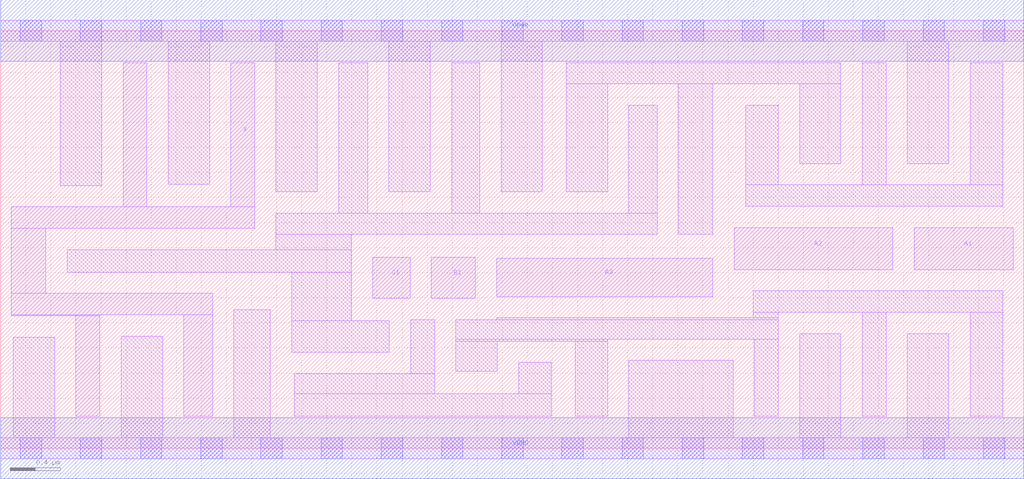
<source format=lef>
# Copyright 2020 The SkyWater PDK Authors
#
# Licensed under the Apache License, Version 2.0 (the "License");
# you may not use this file except in compliance with the License.
# You may obtain a copy of the License at
#
#     https://www.apache.org/licenses/LICENSE-2.0
#
# Unless required by applicable law or agreed to in writing, software
# distributed under the License is distributed on an "AS IS" BASIS,
# WITHOUT WARRANTIES OR CONDITIONS OF ANY KIND, either express or implied.
# See the License for the specific language governing permissions and
# limitations under the License.
#
# SPDX-License-Identifier: Apache-2.0

VERSION 5.7 ;
  NAMESCASESENSITIVE ON ;
  NOWIREEXTENSIONATPIN ON ;
  DIVIDERCHAR "/" ;
  BUSBITCHARS "[]" ;
UNITS
  DATABASE MICRONS 200 ;
END UNITS
MACRO sky130_fd_sc_lp__o311a_4
  CLASS CORE ;
  FOREIGN sky130_fd_sc_lp__o311a_4 ;
  ORIGIN  0.000000  0.000000 ;
  SIZE  8.160000 BY  3.330000 ;
  SYMMETRY X Y R90 ;
  SITE unit ;
  PIN A1
    ANTENNAGATEAREA  0.630000 ;
    DIRECTION INPUT ;
    USE SIGNAL ;
    PORT
      LAYER li1 ;
        RECT 7.285000 1.425000 8.075000 1.760000 ;
    END
  END A1
  PIN A2
    ANTENNAGATEAREA  0.630000 ;
    DIRECTION INPUT ;
    USE SIGNAL ;
    PORT
      LAYER li1 ;
        RECT 5.850000 1.425000 7.115000 1.760000 ;
    END
  END A2
  PIN A3
    ANTENNAGATEAREA  0.630000 ;
    DIRECTION INPUT ;
    USE SIGNAL ;
    PORT
      LAYER li1 ;
        RECT 3.955000 1.210000 5.680000 1.515000 ;
    END
  END A3
  PIN B1
    ANTENNAGATEAREA  0.630000 ;
    DIRECTION INPUT ;
    USE SIGNAL ;
    PORT
      LAYER li1 ;
        RECT 3.435000 1.195000 3.785000 1.525000 ;
    END
  END B1
  PIN C1
    ANTENNAGATEAREA  0.630000 ;
    DIRECTION INPUT ;
    USE SIGNAL ;
    PORT
      LAYER li1 ;
        RECT 2.965000 1.195000 3.265000 1.525000 ;
    END
  END C1
  PIN X
    ANTENNADIFFAREA  1.176000 ;
    DIRECTION OUTPUT ;
    USE SIGNAL ;
    PORT
      LAYER li1 ;
        RECT 0.085000 1.055000 0.790000 1.065000 ;
        RECT 0.085000 1.065000 1.690000 1.235000 ;
        RECT 0.085000 1.235000 0.360000 1.755000 ;
        RECT 0.085000 1.755000 2.025000 1.925000 ;
        RECT 0.600000 0.255000 0.790000 1.055000 ;
        RECT 0.975000 1.925000 1.165000 3.075000 ;
        RECT 1.460000 0.255000 1.690000 1.065000 ;
        RECT 1.835000 1.925000 2.025000 3.075000 ;
    END
  END X
  PIN VGND
    DIRECTION INOUT ;
    USE GROUND ;
    PORT
      LAYER met1 ;
        RECT 0.000000 -0.245000 8.160000 0.245000 ;
    END
  END VGND
  PIN VPWR
    DIRECTION INOUT ;
    USE POWER ;
    PORT
      LAYER met1 ;
        RECT 0.000000 3.085000 8.160000 3.575000 ;
    END
  END VPWR
  OBS
    LAYER li1 ;
      RECT 0.000000 -0.085000 8.160000 0.085000 ;
      RECT 0.000000  3.245000 8.160000 3.415000 ;
      RECT 0.100000  0.085000 0.430000 0.885000 ;
      RECT 0.475000  2.095000 0.805000 3.245000 ;
      RECT 0.530000  1.405000 2.795000 1.585000 ;
      RECT 0.960000  0.085000 1.290000 0.895000 ;
      RECT 1.335000  2.105000 1.665000 3.245000 ;
      RECT 1.860000  0.085000 2.150000 1.105000 ;
      RECT 2.195000  1.585000 2.795000 1.705000 ;
      RECT 2.195000  1.705000 5.235000 1.875000 ;
      RECT 2.195000  2.045000 2.525000 3.245000 ;
      RECT 2.320000  0.765000 3.100000 1.015000 ;
      RECT 2.320000  1.015000 2.795000 1.405000 ;
      RECT 2.340000  0.255000 4.390000 0.435000 ;
      RECT 2.340000  0.435000 3.460000 0.595000 ;
      RECT 2.695000  1.875000 2.925000 3.075000 ;
      RECT 3.095000  2.045000 3.425000 3.245000 ;
      RECT 3.270000  0.595000 3.460000 1.025000 ;
      RECT 3.595000  1.875000 3.820000 3.075000 ;
      RECT 3.630000  0.615000 3.960000 0.855000 ;
      RECT 3.630000  0.855000 4.840000 0.870000 ;
      RECT 3.630000  0.870000 6.200000 1.025000 ;
      RECT 3.955000  1.025000 6.200000 1.040000 ;
      RECT 3.990000  2.045000 4.320000 3.245000 ;
      RECT 4.130000  0.435000 4.390000 0.685000 ;
      RECT 4.510000  2.045000 4.840000 2.905000 ;
      RECT 4.510000  2.905000 6.700000 3.075000 ;
      RECT 4.580000  0.255000 4.840000 0.855000 ;
      RECT 5.010000  0.085000 5.840000 0.700000 ;
      RECT 5.010000  1.875000 5.235000 2.735000 ;
      RECT 5.405000  1.705000 5.680000 2.905000 ;
      RECT 5.940000  1.930000 7.990000 2.100000 ;
      RECT 5.940000  2.100000 6.200000 2.735000 ;
      RECT 6.000000  1.040000 6.200000 1.085000 ;
      RECT 6.000000  1.085000 7.990000 1.255000 ;
      RECT 6.010000  0.255000 6.200000 0.870000 ;
      RECT 6.370000  0.085000 6.700000 0.915000 ;
      RECT 6.370000  2.270000 6.700000 2.905000 ;
      RECT 6.870000  0.255000 7.060000 1.085000 ;
      RECT 6.870000  2.100000 7.060000 3.075000 ;
      RECT 7.230000  0.085000 7.560000 0.915000 ;
      RECT 7.230000  2.270000 7.560000 3.245000 ;
      RECT 7.730000  0.255000 7.990000 1.085000 ;
      RECT 7.730000  2.100000 7.990000 3.075000 ;
    LAYER mcon ;
      RECT 0.155000 -0.085000 0.325000 0.085000 ;
      RECT 0.155000  3.245000 0.325000 3.415000 ;
      RECT 0.635000 -0.085000 0.805000 0.085000 ;
      RECT 0.635000  3.245000 0.805000 3.415000 ;
      RECT 1.115000 -0.085000 1.285000 0.085000 ;
      RECT 1.115000  3.245000 1.285000 3.415000 ;
      RECT 1.595000 -0.085000 1.765000 0.085000 ;
      RECT 1.595000  3.245000 1.765000 3.415000 ;
      RECT 2.075000 -0.085000 2.245000 0.085000 ;
      RECT 2.075000  3.245000 2.245000 3.415000 ;
      RECT 2.555000 -0.085000 2.725000 0.085000 ;
      RECT 2.555000  3.245000 2.725000 3.415000 ;
      RECT 3.035000 -0.085000 3.205000 0.085000 ;
      RECT 3.035000  3.245000 3.205000 3.415000 ;
      RECT 3.515000 -0.085000 3.685000 0.085000 ;
      RECT 3.515000  3.245000 3.685000 3.415000 ;
      RECT 3.995000 -0.085000 4.165000 0.085000 ;
      RECT 3.995000  3.245000 4.165000 3.415000 ;
      RECT 4.475000 -0.085000 4.645000 0.085000 ;
      RECT 4.475000  3.245000 4.645000 3.415000 ;
      RECT 4.955000 -0.085000 5.125000 0.085000 ;
      RECT 4.955000  3.245000 5.125000 3.415000 ;
      RECT 5.435000 -0.085000 5.605000 0.085000 ;
      RECT 5.435000  3.245000 5.605000 3.415000 ;
      RECT 5.915000 -0.085000 6.085000 0.085000 ;
      RECT 5.915000  3.245000 6.085000 3.415000 ;
      RECT 6.395000 -0.085000 6.565000 0.085000 ;
      RECT 6.395000  3.245000 6.565000 3.415000 ;
      RECT 6.875000 -0.085000 7.045000 0.085000 ;
      RECT 6.875000  3.245000 7.045000 3.415000 ;
      RECT 7.355000 -0.085000 7.525000 0.085000 ;
      RECT 7.355000  3.245000 7.525000 3.415000 ;
      RECT 7.835000 -0.085000 8.005000 0.085000 ;
      RECT 7.835000  3.245000 8.005000 3.415000 ;
  END
END sky130_fd_sc_lp__o311a_4
END LIBRARY

</source>
